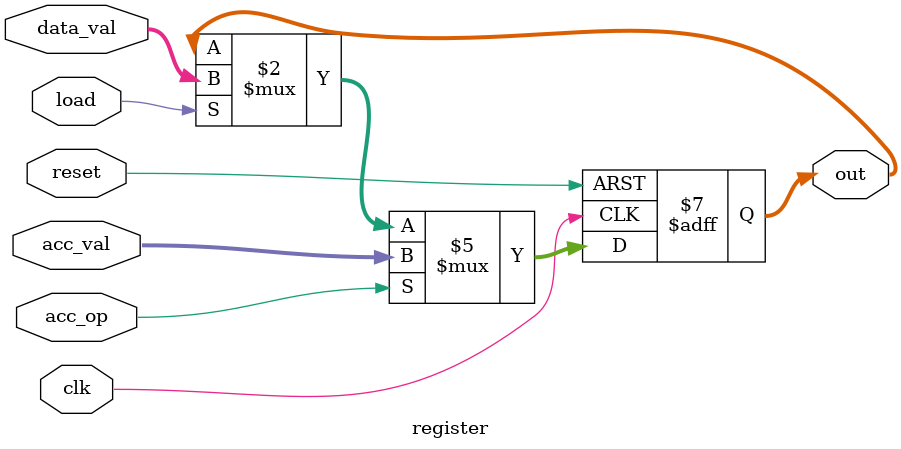
<source format=v>
module register(
    input reset, clk, acc_op, load,
    input [15:0] acc_val,
    input [15:0] data_val,
    output reg [15:0] out
);
    always @(posedge reset, posedge clk) begin
        #5;
        if(reset)           out <= 16'h0000;
        else if(acc_op)     out <= acc_val;
        else if(load) #1    out <= data_val;
    end
endmodule
</source>
